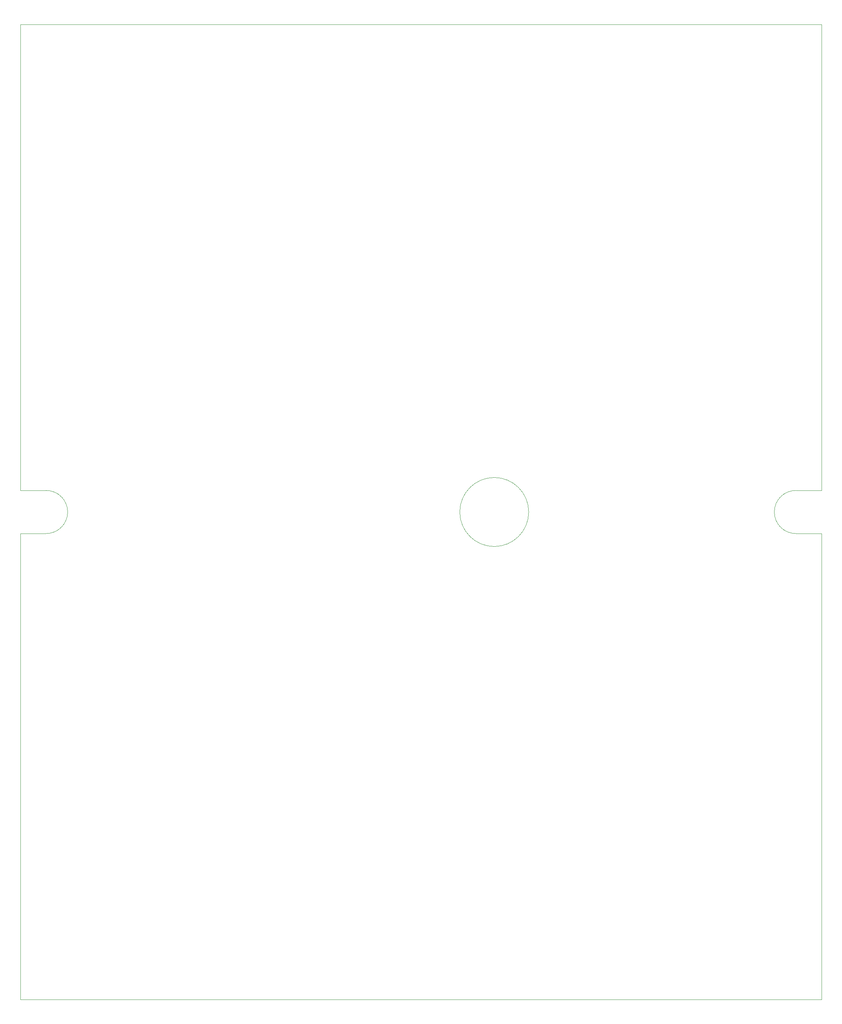
<source format=gbr>
%TF.GenerationSoftware,KiCad,Pcbnew,5.99.0-unknown-283d176cdc~117~ubuntu20.04.1*%
%TF.CreationDate,2021-02-27T14:34:11-06:00*%
%TF.ProjectId,Feeds,46656564-732e-46b6-9963-61645f706362,rev?*%
%TF.SameCoordinates,Original*%
%TF.FileFunction,Profile,NP*%
%FSLAX46Y46*%
G04 Gerber Fmt 4.6, Leading zero omitted, Abs format (unit mm)*
G04 Created by KiCad (PCBNEW 5.99.0-unknown-283d176cdc~117~ubuntu20.04.1) date 2021-02-27 14:34:11*
%MOMM*%
%LPD*%
G01*
G04 APERTURE LIST*
%TA.AperFunction,Profile*%
%ADD10C,0.100000*%
%TD*%
%TA.AperFunction,Profile*%
%ADD11C,0.001000*%
%TD*%
G04 APERTURE END LIST*
D10*
X6000000Y-118000000D02*
X0Y-118000000D01*
X186000000Y-118000000D02*
X186000000Y-226000000D01*
X180000000Y-108000000D02*
X186000000Y-108000000D01*
D11*
X118000000Y-113000000D02*
G75*
G03*
X118000000Y-113000000I-8000000J0D01*
G01*
D10*
X0Y0D02*
X186000000Y0D01*
X6000000Y-108000000D02*
G75*
G02*
X6000000Y-118000000I0J-5000000D01*
G01*
X0Y-226000000D02*
X0Y-118000000D01*
X180000000Y-118000000D02*
G75*
G02*
X180000000Y-108000000I0J5000000D01*
G01*
X180000000Y-118000000D02*
X186000000Y-118000000D01*
X0Y-108000000D02*
X0Y0D01*
X0Y-226000000D02*
X186000000Y-226000000D01*
X6000000Y-108000000D02*
X0Y-108000000D01*
X186000000Y0D02*
X186000000Y-108000000D01*
M02*

</source>
